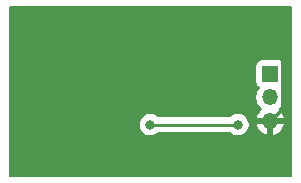
<source format=gbr>
%TF.GenerationSoftware,KiCad,Pcbnew,9.0.0*%
%TF.CreationDate,2025-04-01T12:45:26+02:00*%
%TF.ProjectId,preamp2,70726561-6d70-4322-9e6b-696361645f70,5*%
%TF.SameCoordinates,Original*%
%TF.FileFunction,Copper,L2,Bot*%
%TF.FilePolarity,Positive*%
%FSLAX46Y46*%
G04 Gerber Fmt 4.6, Leading zero omitted, Abs format (unit mm)*
G04 Created by KiCad (PCBNEW 9.0.0) date 2025-04-01 12:45:26*
%MOMM*%
%LPD*%
G01*
G04 APERTURE LIST*
%TA.AperFunction,ComponentPad*%
%ADD10R,1.350000X1.350000*%
%TD*%
%TA.AperFunction,ComponentPad*%
%ADD11O,1.350000X1.350000*%
%TD*%
%TA.AperFunction,ViaPad*%
%ADD12C,0.800000*%
%TD*%
%TA.AperFunction,Conductor*%
%ADD13C,0.250000*%
%TD*%
G04 APERTURE END LIST*
D10*
%TO.P,J5,1,Pin_1*%
%TO.N,Net-(J5-Pin_1)*%
X121158000Y-94742000D03*
D11*
%TO.P,J5,2,Pin_2*%
%TO.N,+5V*%
X121158000Y-96742000D03*
%TO.P,J5,3,Pin_3*%
%TO.N,GND*%
X121158000Y-98742000D03*
%TD*%
D12*
%TO.N,GND*%
X114808000Y-93980000D03*
X102108000Y-102108000D03*
X100838000Y-95504000D03*
X118364000Y-93472000D03*
X107188000Y-100330000D03*
X107188000Y-92456000D03*
X121920000Y-90932000D03*
X102616000Y-90170000D03*
%TO.N,+5V*%
X110998000Y-99060000D03*
X118425000Y-99060000D03*
%TD*%
D13*
%TO.N,GND*%
X121158000Y-98742000D02*
X122174000Y-97726000D01*
X114808000Y-93980000D02*
X113538000Y-95250000D01*
X100838000Y-95504000D02*
X102616000Y-93726000D01*
X113538000Y-95250000D02*
X109982000Y-95250000D01*
X106426000Y-99314000D02*
X104648000Y-99314000D01*
X104648000Y-99314000D02*
X100838000Y-95504000D01*
X107188000Y-100330000D02*
X107188000Y-100076000D01*
X107188000Y-100076000D02*
X106426000Y-99314000D01*
X118364000Y-93472000D02*
X120904000Y-90932000D01*
X100838000Y-100838000D02*
X100838000Y-95504000D01*
X105156000Y-90170000D02*
X102616000Y-90170000D01*
X102108000Y-102108000D02*
X100838000Y-100838000D01*
X122174000Y-97726000D02*
X122174000Y-91186000D01*
X120904000Y-90932000D02*
X121920000Y-90932000D01*
X109982000Y-95250000D02*
X107188000Y-92456000D01*
X107188000Y-92456000D02*
X107188000Y-92202000D01*
X102616000Y-93726000D02*
X102616000Y-90170000D01*
X107188000Y-92202000D02*
X105156000Y-90170000D01*
X122174000Y-91186000D02*
X121920000Y-90932000D01*
%TO.N,+5V*%
X110998000Y-99060000D02*
X118425000Y-99060000D01*
%TD*%
%TA.AperFunction,Conductor*%
%TO.N,GND*%
G36*
X122943039Y-89019685D02*
G01*
X122988794Y-89072489D01*
X123000000Y-89124000D01*
X123000000Y-103376000D01*
X122980315Y-103443039D01*
X122927511Y-103488794D01*
X122876000Y-103500000D01*
X99124000Y-103500000D01*
X99056961Y-103480315D01*
X99011206Y-103427511D01*
X99000000Y-103376000D01*
X99000000Y-98971304D01*
X110097500Y-98971304D01*
X110097500Y-99148695D01*
X110132103Y-99322658D01*
X110132106Y-99322667D01*
X110199983Y-99486540D01*
X110199990Y-99486553D01*
X110298535Y-99634034D01*
X110298538Y-99634038D01*
X110423961Y-99759461D01*
X110423965Y-99759464D01*
X110571446Y-99858009D01*
X110571459Y-99858016D01*
X110653624Y-99892049D01*
X110735334Y-99925894D01*
X110735336Y-99925894D01*
X110735341Y-99925896D01*
X110909304Y-99960499D01*
X110909307Y-99960500D01*
X110909309Y-99960500D01*
X111086693Y-99960500D01*
X111086694Y-99960499D01*
X111144682Y-99948964D01*
X111260658Y-99925896D01*
X111260661Y-99925894D01*
X111260666Y-99925894D01*
X111424547Y-99858013D01*
X111572035Y-99759464D01*
X111609679Y-99721820D01*
X111671001Y-99688334D01*
X111697361Y-99685500D01*
X117725639Y-99685500D01*
X117792678Y-99705185D01*
X117813321Y-99721820D01*
X117850961Y-99759461D01*
X117850965Y-99759464D01*
X117998446Y-99858009D01*
X117998459Y-99858016D01*
X118080624Y-99892049D01*
X118162334Y-99925894D01*
X118162336Y-99925894D01*
X118162341Y-99925896D01*
X118336304Y-99960499D01*
X118336307Y-99960500D01*
X118336309Y-99960500D01*
X118513693Y-99960500D01*
X118513694Y-99960499D01*
X118571682Y-99948964D01*
X118687658Y-99925896D01*
X118687661Y-99925894D01*
X118687666Y-99925894D01*
X118851547Y-99858013D01*
X118999035Y-99759464D01*
X119124464Y-99634035D01*
X119223013Y-99486547D01*
X119290894Y-99322666D01*
X119325500Y-99148691D01*
X119325500Y-98971309D01*
X119325500Y-98971305D01*
X119290896Y-98797341D01*
X119290893Y-98797332D01*
X119223016Y-98633459D01*
X119223009Y-98633446D01*
X119124464Y-98485965D01*
X119124461Y-98485961D01*
X118999038Y-98360538D01*
X118999034Y-98360535D01*
X118851553Y-98261990D01*
X118851540Y-98261983D01*
X118687667Y-98194106D01*
X118687658Y-98194103D01*
X118513694Y-98159500D01*
X118513691Y-98159500D01*
X118336309Y-98159500D01*
X118336306Y-98159500D01*
X118162341Y-98194103D01*
X118162332Y-98194106D01*
X117998459Y-98261983D01*
X117998446Y-98261990D01*
X117850965Y-98360535D01*
X117850961Y-98360538D01*
X117813321Y-98398180D01*
X117751999Y-98431666D01*
X117725639Y-98434500D01*
X111697361Y-98434500D01*
X111630322Y-98414815D01*
X111609679Y-98398180D01*
X111572038Y-98360538D01*
X111572034Y-98360535D01*
X111424553Y-98261990D01*
X111424540Y-98261983D01*
X111260667Y-98194106D01*
X111260658Y-98194103D01*
X111086694Y-98159500D01*
X111086691Y-98159500D01*
X110909309Y-98159500D01*
X110909306Y-98159500D01*
X110735341Y-98194103D01*
X110735332Y-98194106D01*
X110571459Y-98261983D01*
X110571446Y-98261990D01*
X110423965Y-98360535D01*
X110423961Y-98360538D01*
X110298538Y-98485961D01*
X110298535Y-98485965D01*
X110199990Y-98633446D01*
X110199983Y-98633459D01*
X110132106Y-98797332D01*
X110132103Y-98797341D01*
X110097500Y-98971304D01*
X99000000Y-98971304D01*
X99000000Y-94019135D01*
X119982500Y-94019135D01*
X119982500Y-95464870D01*
X119982501Y-95464876D01*
X119988908Y-95524483D01*
X120039202Y-95659328D01*
X120039206Y-95659335D01*
X120125452Y-95774544D01*
X120125453Y-95774544D01*
X120125454Y-95774546D01*
X120176740Y-95812939D01*
X120210539Y-95838241D01*
X120252409Y-95894175D01*
X120257393Y-95963867D01*
X120236545Y-96010392D01*
X120152624Y-96125900D01*
X120068620Y-96290764D01*
X120068619Y-96290767D01*
X120011445Y-96466734D01*
X119982500Y-96649486D01*
X119982500Y-96834513D01*
X120011445Y-97017265D01*
X120068619Y-97193232D01*
X120068620Y-97193235D01*
X120152622Y-97358096D01*
X120261379Y-97507787D01*
X120392213Y-97638621D01*
X120396847Y-97641988D01*
X120439515Y-97697313D01*
X120445498Y-97766926D01*
X120412895Y-97828723D01*
X120396860Y-97842620D01*
X120392542Y-97845757D01*
X120392536Y-97845762D01*
X120261758Y-97976540D01*
X120261754Y-97976545D01*
X120153052Y-98126162D01*
X120069084Y-98290956D01*
X120069082Y-98290962D01*
X120011932Y-98466855D01*
X120007950Y-98491999D01*
X120007950Y-98492000D01*
X120842314Y-98492000D01*
X120837920Y-98496394D01*
X120785259Y-98587606D01*
X120758000Y-98689339D01*
X120758000Y-98794661D01*
X120785259Y-98896394D01*
X120837920Y-98987606D01*
X120842314Y-98992000D01*
X120007950Y-98992000D01*
X120011932Y-99017144D01*
X120069082Y-99193037D01*
X120069084Y-99193043D01*
X120153052Y-99357837D01*
X120261754Y-99507454D01*
X120261758Y-99507459D01*
X120392540Y-99638241D01*
X120392545Y-99638245D01*
X120542162Y-99746947D01*
X120706956Y-99830915D01*
X120706959Y-99830916D01*
X120882845Y-99888064D01*
X120882858Y-99888067D01*
X120908000Y-99892049D01*
X120908000Y-99057686D01*
X120912394Y-99062080D01*
X121003606Y-99114741D01*
X121105339Y-99142000D01*
X121210661Y-99142000D01*
X121312394Y-99114741D01*
X121403606Y-99062080D01*
X121408000Y-99057686D01*
X121408000Y-99892048D01*
X121433141Y-99888067D01*
X121433154Y-99888064D01*
X121609040Y-99830916D01*
X121609043Y-99830915D01*
X121773837Y-99746947D01*
X121923454Y-99638245D01*
X121923459Y-99638241D01*
X122054241Y-99507459D01*
X122054245Y-99507454D01*
X122162947Y-99357837D01*
X122246915Y-99193043D01*
X122246917Y-99193037D01*
X122304067Y-99017144D01*
X122308049Y-98992000D01*
X121473686Y-98992000D01*
X121478080Y-98987606D01*
X121530741Y-98896394D01*
X121558000Y-98794661D01*
X121558000Y-98689339D01*
X121530741Y-98587606D01*
X121478080Y-98496394D01*
X121473686Y-98492000D01*
X122308050Y-98492000D01*
X122308049Y-98491999D01*
X122304067Y-98466855D01*
X122246917Y-98290962D01*
X122246915Y-98290956D01*
X122162947Y-98126162D01*
X122054245Y-97976545D01*
X122054241Y-97976540D01*
X121923459Y-97845758D01*
X121923452Y-97845752D01*
X121919148Y-97842625D01*
X121876482Y-97787295D01*
X121870504Y-97717682D01*
X121903110Y-97655887D01*
X121919155Y-97641986D01*
X121923787Y-97638621D01*
X122054621Y-97507787D01*
X122163378Y-97358096D01*
X122247379Y-97193235D01*
X122304555Y-97017264D01*
X122333500Y-96834514D01*
X122333500Y-96649486D01*
X122304555Y-96466736D01*
X122247379Y-96290765D01*
X122247379Y-96290764D01*
X122163377Y-96125903D01*
X122079454Y-96010393D01*
X122055974Y-95944586D01*
X122071799Y-95876532D01*
X122105459Y-95838241D01*
X122190546Y-95774546D01*
X122276796Y-95659331D01*
X122327091Y-95524483D01*
X122333500Y-95464873D01*
X122333499Y-94019128D01*
X122327091Y-93959517D01*
X122276796Y-93824669D01*
X122276795Y-93824668D01*
X122276793Y-93824664D01*
X122190547Y-93709455D01*
X122190544Y-93709452D01*
X122075335Y-93623206D01*
X122075328Y-93623202D01*
X121940482Y-93572908D01*
X121940483Y-93572908D01*
X121880883Y-93566501D01*
X121880881Y-93566500D01*
X121880873Y-93566500D01*
X121880864Y-93566500D01*
X120435129Y-93566500D01*
X120435123Y-93566501D01*
X120375516Y-93572908D01*
X120240671Y-93623202D01*
X120240664Y-93623206D01*
X120125455Y-93709452D01*
X120125452Y-93709455D01*
X120039206Y-93824664D01*
X120039202Y-93824671D01*
X119988908Y-93959517D01*
X119982501Y-94019116D01*
X119982501Y-94019123D01*
X119982500Y-94019135D01*
X99000000Y-94019135D01*
X99000000Y-89124000D01*
X99019685Y-89056961D01*
X99072489Y-89011206D01*
X99124000Y-89000000D01*
X122876000Y-89000000D01*
X122943039Y-89019685D01*
G37*
%TD.AperFunction*%
%TD*%
M02*

</source>
